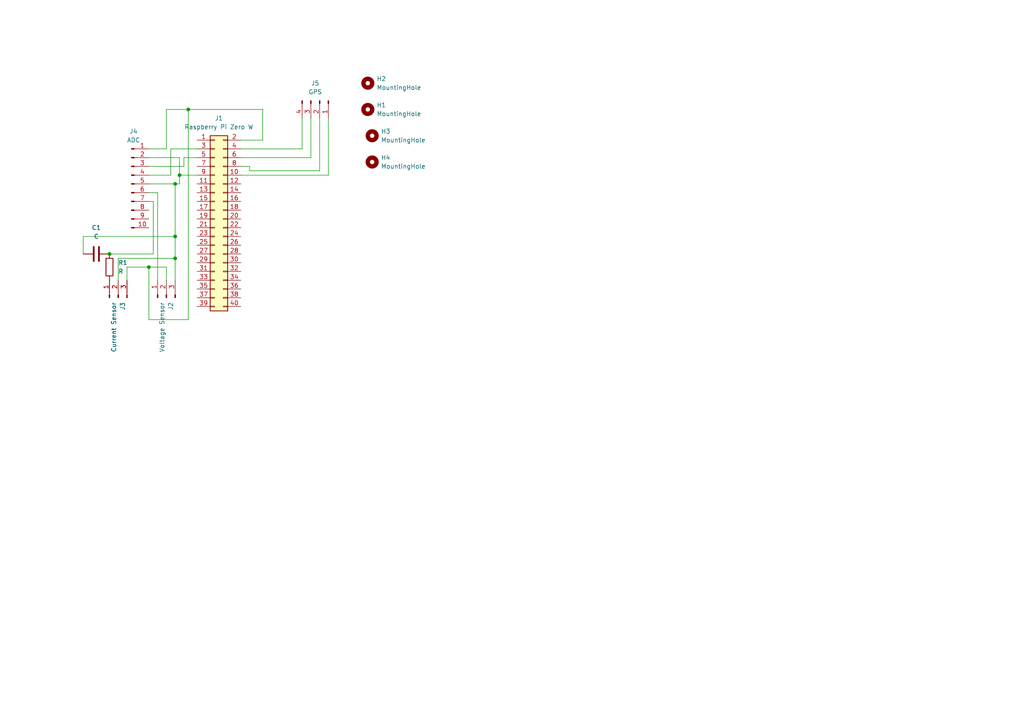
<source format=kicad_sch>
(kicad_sch (version 20230121) (generator eeschema)
  (paper "A4")
  (title_block (title "Telemetry") (rev "1") (company "UMass Aeronautics ") (comment 1 "SP2024"))
  (lib_symbols
    (symbol "Connector:Conn_01x03_Pin" (pin_names (offset 1.016) hide)
      (property "Reference" "J" (at 0 5.08 0))
      (property "Value" "Conn_01x03_Pin" (at 0 -5.08 0))
      (symbol "Conn_01x03_Pin_1_1"
        (polyline (pts (xy 1.27 -2.54) (xy 0.8636 -2.54)) (stroke (width 0.1524)))
        (polyline (pts (xy 1.27 0) (xy 0.8636 0)) (stroke (width 0.1524)))
        (polyline (pts (xy 1.27 2.54) (xy 0.8636 2.54)) (stroke (width 0.1524)))
        (rectangle (start 0.8636 -2.413) (end 0 -2.667) (stroke (width 0.1524)) (fill (type outline)))
        (rectangle (start 0.8636 0.127) (end 0 -0.127) (stroke (width 0.1524)) (fill (type outline)))
        (rectangle (start 0.8636 2.667) (end 0 2.413) (stroke (width 0.1524)) (fill (type outline)))
        (pin passive line (at 5.08 2.54 180) (length 3.81) (name "Pin_1") (number "1"))
        (pin passive line (at 5.08 0 180) (length 3.81) (name "Pin_2") (number "2"))
        (pin passive line (at 5.08 -2.54 180) (length 3.81) (name "Pin_3") (number "3"))
      )
    )
    (symbol "Connector:Conn_01x04_Pin" (pin_names (offset 1.016) hide)
      (property "Reference" "J" (at 0 5.08 0))
      (property "Value" "Conn_01x04_Pin" (at 0 -7.62 0))
      (symbol "Conn_01x04_Pin_1_1"
        (polyline (pts (xy 1.27 -5.08) (xy 0.8636 -5.08)) (stroke (width 0.1524)))
        (polyline (pts (xy 1.27 -2.54) (xy 0.8636 -2.54)) (stroke (width 0.1524)))
        (polyline (pts (xy 1.27 0) (xy 0.8636 0)) (stroke (width 0.1524)))
        (polyline (pts (xy 1.27 2.54) (xy 0.8636 2.54)) (stroke (width 0.1524)))
        (rectangle (start 0.8636 -4.953) (end 0 -5.207) (stroke (width 0.1524)) (fill (type outline)))
        (rectangle (start 0.8636 -2.413) (end 0 -2.667) (stroke (width 0.1524)) (fill (type outline)))
        (rectangle (start 0.8636 0.127) (end 0 -0.127) (stroke (width 0.1524)) (fill (type outline)))
        (rectangle (start 0.8636 2.667) (end 0 2.413) (stroke (width 0.1524)) (fill (type outline)))
        (pin passive line (at 5.08 2.54 180) (length 3.81) (name "Pin_1") (number "1"))
        (pin passive line (at 5.08 0 180) (length 3.81) (name "Pin_2") (number "2"))
        (pin passive line (at 5.08 -2.54 180) (length 3.81) (name "Pin_3") (number "3"))
        (pin passive line (at 5.08 -5.08 180) (length 3.81) (name "Pin_4") (number "4"))
      )
    )
    (symbol "Connector:Conn_01x10_Pin" (pin_names (offset 1.016) hide)
      (property "Reference" "J" (at 0 12.7 0))
      (property "Value" "Conn_01x10_Pin" (at 0 -15.24 0))
      (symbol "Conn_01x10_Pin_1_1"
        (polyline (pts (xy 1.27 -12.7) (xy 0.8636 -12.7)) (stroke (width 0.1524)))
        (polyline (pts (xy 1.27 -10.16) (xy 0.8636 -10.16)) (stroke (width 0.1524)))
        (polyline (pts (xy 1.27 -7.62) (xy 0.8636 -7.62)) (stroke (width 0.1524)))
        (polyline (pts (xy 1.27 -5.08) (xy 0.8636 -5.08)) (stroke (width 0.1524)))
        (polyline (pts (xy 1.27 -2.54) (xy 0.8636 -2.54)) (stroke (width 0.1524)))
        (polyline (pts (xy 1.27 0) (xy 0.8636 0)) (stroke (width 0.1524)))
        (polyline (pts (xy 1.27 2.54) (xy 0.8636 2.54)) (stroke (width 0.1524)))
        (polyline (pts (xy 1.27 5.08) (xy 0.8636 5.08)) (stroke (width 0.1524)))
        (polyline (pts (xy 1.27 7.62) (xy 0.8636 7.62)) (stroke (width 0.1524)))
        (polyline (pts (xy 1.27 10.16) (xy 0.8636 10.16)) (stroke (width 0.1524)))
        (rectangle (start 0.8636 -12.573) (end 0 -12.827) (stroke (width 0.1524)) (fill (type outline)))
        (rectangle (start 0.8636 -10.033) (end 0 -10.287) (stroke (width 0.1524)) (fill (type outline)))
        (rectangle (start 0.8636 -7.493) (end 0 -7.747) (stroke (width 0.1524)) (fill (type outline)))
        (rectangle (start 0.8636 -4.953) (end 0 -5.207) (stroke (width 0.1524)) (fill (type outline)))
        (rectangle (start 0.8636 -2.413) (end 0 -2.667) (stroke (width 0.1524)) (fill (type outline)))
        (rectangle (start 0.8636 0.127) (end 0 -0.127) (stroke (width 0.1524)) (fill (type outline)))
        (rectangle (start 0.8636 2.667) (end 0 2.413) (stroke (width 0.1524)) (fill (type outline)))
        (rectangle (start 0.8636 5.207) (end 0 4.953) (stroke (width 0.1524)) (fill (type outline)))
        (rectangle (start 0.8636 7.747) (end 0 7.493) (stroke (width 0.1524)) (fill (type outline)))
        (rectangle (start 0.8636 10.287) (end 0 10.033) (stroke (width 0.1524)) (fill (type outline)))
        (pin passive line (at 5.08 10.16 180) (length 3.81) (name "Pin_1") (number "1"))
        (pin passive line (at 5.08 -12.7 180) (length 3.81) (name "Pin_10") (number "10"))
        (pin passive line (at 5.08 7.62 180) (length 3.81) (name "Pin_2") (number "2"))
        (pin passive line (at 5.08 5.08 180) (length 3.81) (name "Pin_3") (number "3"))
        (pin passive line (at 5.08 2.54 180) (length 3.81) (name "Pin_4") (number "4"))
        (pin passive line (at 5.08 0 180) (length 3.81) (name "Pin_5") (number "5"))
        (pin passive line (at 5.08 -2.54 180) (length 3.81) (name "Pin_6") (number "6"))
        (pin passive line (at 5.08 -5.08 180) (length 3.81) (name "Pin_7") (number "7"))
        (pin passive line (at 5.08 -7.62 180) (length 3.81) (name "Pin_8") (number "8"))
        (pin passive line (at 5.08 -10.16 180) (length 3.81) (name "Pin_9") (number "9"))
      )
    )
    (symbol "Connector_Generic:Conn_02x20_Odd_Even" (pin_names (offset 1.016) hide)
      (property "Reference" "J" (at 1.27 25.4 0))
      (property "Value" "Conn_02x20_Odd_Even" (at 1.27 -27.94 0))
      (symbol "Conn_02x20_Odd_Even_1_1"
        (rectangle (start -1.27 -25.273) (end 0 -25.527) (stroke (width 0.1524)))
        (rectangle (start -1.27 -22.733) (end 0 -22.987) (stroke (width 0.1524)))
        (rectangle (start -1.27 -20.193) (end 0 -20.447) (stroke (width 0.1524)))
        (rectangle (start -1.27 -17.653) (end 0 -17.907) (stroke (width 0.1524)))
        (rectangle (start -1.27 -15.113) (end 0 -15.367) (stroke (width 0.1524)))
        (rectangle (start -1.27 -12.573) (end 0 -12.827) (stroke (width 0.1524)))
        (rectangle (start -1.27 -10.033) (end 0 -10.287) (stroke (width 0.1524)))
        (rectangle (start -1.27 -7.493) (end 0 -7.747) (stroke (width 0.1524)))
        (rectangle (start -1.27 -4.953) (end 0 -5.207) (stroke (width 0.1524)))
        (rectangle (start -1.27 -2.413) (end 0 -2.667) (stroke (width 0.1524)))
        (rectangle (start -1.27 0.127) (end 0 -0.127) (stroke (width 0.1524)))
        (rectangle (start -1.27 2.667) (end 0 2.413) (stroke (width 0.1524)))
        (rectangle (start -1.27 5.207) (end 0 4.953) (stroke (width 0.1524)))
        (rectangle (start -1.27 7.747) (end 0 7.493) (stroke (width 0.1524)))
        (rectangle (start -1.27 10.287) (end 0 10.033) (stroke (width 0.1524)))
        (rectangle (start -1.27 12.827) (end 0 12.573) (stroke (width 0.1524)))
        (rectangle (start -1.27 15.367) (end 0 15.113) (stroke (width 0.1524)))
        (rectangle (start -1.27 17.907) (end 0 17.653) (stroke (width 0.1524)))
        (rectangle (start -1.27 20.447) (end 0 20.193) (stroke (width 0.1524)))
        (rectangle (start -1.27 22.987) (end 0 22.733) (stroke (width 0.1524)))
        (rectangle (start -1.27 24.13) (end 3.81 -26.67) (stroke (width 0.254)) (fill (type background)))
        (rectangle (start 3.81 -25.273) (end 2.54 -25.527) (stroke (width 0.1524)))
        (rectangle (start 3.81 -22.733) (end 2.54 -22.987) (stroke (width 0.1524)))
        (rectangle (start 3.81 -20.193) (end 2.54 -20.447) (stroke (width 0.1524)))
        (rectangle (start 3.81 -17.653) (end 2.54 -17.907) (stroke (width 0.1524)))
        (rectangle (start 3.81 -15.113) (end 2.54 -15.367) (stroke (width 0.1524)))
        (rectangle (start 3.81 -12.573) (end 2.54 -12.827) (stroke (width 0.1524)))
        (rectangle (start 3.81 -10.033) (end 2.54 -10.287) (stroke (width 0.1524)))
        (rectangle (start 3.81 -7.493) (end 2.54 -7.747) (stroke (width 0.1524)))
        (rectangle (start 3.81 -4.953) (end 2.54 -5.207) (stroke (width 0.1524)))
        (rectangle (start 3.81 -2.413) (end 2.54 -2.667) (stroke (width 0.1524)))
        (rectangle (start 3.81 0.127) (end 2.54 -0.127) (stroke (width 0.1524)))
        (rectangle (start 3.81 2.667) (end 2.54 2.413) (stroke (width 0.1524)))
        (rectangle (start 3.81 5.207) (end 2.54 4.953) (stroke (width 0.1524)))
        (rectangle (start 3.81 7.747) (end 2.54 7.493) (stroke (width 0.1524)))
        (rectangle (start 3.81 10.287) (end 2.54 10.033) (stroke (width 0.1524)))
        (rectangle (start 3.81 12.827) (end 2.54 12.573) (stroke (width 0.1524)))
        (rectangle (start 3.81 15.367) (end 2.54 15.113) (stroke (width 0.1524)))
        (rectangle (start 3.81 17.907) (end 2.54 17.653) (stroke (width 0.1524)))
        (rectangle (start 3.81 20.447) (end 2.54 20.193) (stroke (width 0.1524)))
        (rectangle (start 3.81 22.987) (end 2.54 22.733) (stroke (width 0.1524)))
        (pin passive line (at -5.08 22.86 0) (length 3.81) (name "Pin_1") (number "1"))
        (pin passive line (at 7.62 12.7 180) (length 3.81) (name "Pin_10") (number "10"))
        (pin passive line (at -5.08 10.16 0) (length 3.81) (name "Pin_11") (number "11"))
        (pin passive line (at 7.62 10.16 180) (length 3.81) (name "Pin_12") (number "12"))
        (pin passive line (at -5.08 7.62 0) (length 3.81) (name "Pin_13") (number "13"))
        (pin passive line (at 7.62 7.62 180) (length 3.81) (name "Pin_14") (number "14"))
        (pin passive line (at -5.08 5.08 0) (length 3.81) (name "Pin_15") (number "15"))
        (pin passive line (at 7.62 5.08 180) (length 3.81) (name "Pin_16") (number "16"))
        (pin passive line (at -5.08 2.54 0) (length 3.81) (name "Pin_17") (number "17"))
        (pin passive line (at 7.62 2.54 180) (length 3.81) (name "Pin_18") (number "18"))
        (pin passive line (at -5.08 0 0) (length 3.81) (name "Pin_19") (number "19"))
        (pin passive line (at 7.62 22.86 180) (length 3.81) (name "Pin_2") (number "2"))
        (pin passive line (at 7.62 0 180) (length 3.81) (name "Pin_20") (number "20"))
        (pin passive line (at -5.08 -2.54 0) (length 3.81) (name "Pin_21") (number "21"))
        (pin passive line (at 7.62 -2.54 180) (length 3.81) (name "Pin_22") (number "22"))
        (pin passive line (at -5.08 -5.08 0) (length 3.81) (name "Pin_23") (number "23"))
        (pin passive line (at 7.62 -5.08 180) (length 3.81) (name "Pin_24") (number "24"))
        (pin passive line (at -5.08 -7.62 0) (length 3.81) (name "Pin_25") (number "25"))
        (pin passive line (at 7.62 -7.62 180) (length 3.81) (name "Pin_26") (number "26"))
        (pin passive line (at -5.08 -10.16 0) (length 3.81) (name "Pin_27") (number "27"))
        (pin passive line (at 7.62 -10.16 180) (length 3.81) (name "Pin_28") (number "28"))
        (pin passive line (at -5.08 -12.7 0) (length 3.81) (name "Pin_29") (number "29"))
        (pin passive line (at -5.08 20.32 0) (length 3.81) (name "Pin_3") (number "3"))
        (pin passive line (at 7.62 -12.7 180) (length 3.81) (name "Pin_30") (number "30"))
        (pin passive line (at -5.08 -15.24 0) (length 3.81) (name "Pin_31") (number "31"))
        (pin passive line (at 7.62 -15.24 180) (length 3.81) (name "Pin_32") (number "32"))
        (pin passive line (at -5.08 -17.78 0) (length 3.81) (name "Pin_33") (number "33"))
        (pin passive line (at 7.62 -17.78 180) (length 3.81) (name "Pin_34") (number "34"))
        (pin passive line (at -5.08 -20.32 0) (length 3.81) (name "Pin_35") (number "35"))
        (pin passive line (at 7.62 -20.32 180) (length 3.81) (name "Pin_36") (number "36"))
        (pin passive line (at -5.08 -22.86 0) (length 3.81) (name "Pin_37") (number "37"))
        (pin passive line (at 7.62 -22.86 180) (length 3.81) (name "Pin_38") (number "38"))
        (pin passive line (at -5.08 -25.4 0) (length 3.81) (name "Pin_39") (number "39"))
        (pin passive line (at 7.62 20.32 180) (length 3.81) (name "Pin_4") (number "4"))
        (pin passive line (at 7.62 -25.4 180) (length 3.81) (name "Pin_40") (number "40"))
        (pin passive line (at -5.08 17.78 0) (length 3.81) (name "Pin_5") (number "5"))
        (pin passive line (at 7.62 17.78 180) (length 3.81) (name "Pin_6") (number "6"))
        (pin passive line (at -5.08 15.24 0) (length 3.81) (name "Pin_7") (number "7"))
        (pin passive line (at 7.62 15.24 180) (length 3.81) (name "Pin_8") (number "8"))
        (pin passive line (at -5.08 12.7 0) (length 3.81) (name "Pin_9") (number "9"))
      )
    )
    (symbol "Device:C" (pin_numbers hide) (pin_names (offset 0.254))
      (property "Reference" "C" (at 0.635 2.54 0))
      (property "Value" "C" (at 0.635 -2.54 0))
      (symbol "C_0_1"
        (polyline (pts (xy -2.032 -0.762) (xy 2.032 -0.762)) (stroke (width 0.508)))
        (polyline (pts (xy -2.032 0.762) (xy 2.032 0.762)) (stroke (width 0.508)))
      )
      (symbol "C_1_1"
        (pin passive line (at 0 3.81 270) (length 2.794) (name "~") (number "1"))
        (pin passive line (at 0 -3.81 90) (length 2.794) (name "~") (number "2"))
      )
    )
    (symbol "Device:R" (pin_numbers hide) (pin_names (offset 0))
      (property "Reference" "R" (at 2.032 0 90))
      (property "Value" "R" (at 0 0 90))
      (symbol "R_0_1"
        (rectangle (start -1.016 -2.54) (end 1.016 2.54) (stroke (width 0.254)))
      )
      (symbol "R_1_1"
        (pin passive line (at 0 3.81 270) (length 1.27) (name "~") (number "1"))
        (pin passive line (at 0 -3.81 90) (length 1.27) (name "~") (number "2"))
      )
    )
    (symbol "Mechanical:MountingHole" (pin_names (offset 1.016))
      (property "Reference" "H" (at 0 5.08 0))
      (property "Value" "MountingHole" (at 0 3.175 0))
      (symbol "MountingHole_0_1"
        (circle (center 0 0) (radius 1.27) (stroke (width 1.27)))
      )
    )
  )
  (junction (at 31.75 73.66))
  (junction (at 54.61 31.75))
  (junction (at 50.8 68.58))
  (junction (at 50.8 74.93))
  (junction (at 50.8 53.34))
  (junction (at 43.18 77.47))
  (junction (at 52.07 50.8))
  (wire (pts (xy 45.72 81.28) (xy 45.72 55.88)))
  (wire (pts (xy 87.63 43.18) (xy 87.63 34.29)))
  (wire (pts (xy 72.39 49.53) (xy 72.39 48.26)))
  (wire (pts (xy 43.18 77.47) (xy 43.18 92.71)))
  (wire (pts (xy 50.8 74.93) (xy 50.8 81.28)))
  (wire (pts (xy 44.45 58.42) (xy 43.18 58.42)))
  (wire (pts (xy 50.8 53.34) (xy 52.07 53.34)))
  (wire (pts (xy 50.8 68.58) (xy 50.8 53.34)))
  (wire (pts (xy 24.13 73.66) (xy 24.13 68.58)))
  (wire (pts (xy 49.53 50.8) (xy 43.18 50.8)))
  (wire (pts (xy 57.15 45.72) (xy 53.34 45.72)))
  (wire (pts (xy 43.18 45.72) (xy 52.07 45.72)))
  (wire (pts (xy 53.34 45.72) (xy 53.34 48.26)))
  (wire (pts (xy 69.85 45.72) (xy 90.17 45.72)))
  (wire (pts (xy 43.18 77.47) (xy 48.26 77.47)))
  (wire (pts (xy 54.61 92.71) (xy 54.61 31.75)))
  (wire (pts (xy 48.26 31.75) (xy 54.61 31.75)))
  (wire (pts (xy 53.34 48.26) (xy 43.18 48.26)))
  (wire (pts (xy 95.25 50.8) (xy 95.25 34.29)))
  (wire (pts (xy 31.75 73.66) (xy 44.45 73.66)))
  (wire (pts (xy 36.83 77.47) (xy 43.18 77.47)))
  (wire (pts (xy 50.8 68.58) (xy 50.8 74.93)))
  (wire (pts (xy 92.71 34.29) (xy 92.71 49.53)))
  (wire (pts (xy 52.07 45.72) (xy 52.07 50.8)))
  (wire (pts (xy 76.2 40.64) (xy 69.85 40.64)))
  (wire (pts (xy 69.85 50.8) (xy 95.25 50.8)))
  (wire (pts (xy 50.8 74.93) (xy 34.29 74.93)))
  (wire (pts (xy 52.07 50.8) (xy 57.15 50.8)))
  (wire (pts (xy 49.53 43.18) (xy 49.53 50.8)))
  (wire (pts (xy 57.15 43.18) (xy 49.53 43.18)))
  (wire (pts (xy 72.39 48.26) (xy 69.85 48.26)))
  (wire (pts (xy 76.2 31.75) (xy 76.2 40.64)))
  (wire (pts (xy 92.71 49.53) (xy 72.39 49.53)))
  (wire (pts (xy 43.18 43.18) (xy 48.26 43.18)))
  (wire (pts (xy 34.29 74.93) (xy 34.29 81.28)))
  (wire (pts (xy 43.18 92.71) (xy 54.61 92.71)))
  (wire (pts (xy 36.83 81.28) (xy 36.83 77.47)))
  (wire (pts (xy 48.26 77.47) (xy 48.26 81.28)))
  (wire (pts (xy 52.07 50.8) (xy 52.07 53.34)))
  (wire (pts (xy 43.18 53.34) (xy 50.8 53.34)))
  (wire (pts (xy 24.13 68.58) (xy 50.8 68.58)))
  (wire (pts (xy 44.45 73.66) (xy 44.45 58.42)))
  (wire (pts (xy 48.26 43.18) (xy 48.26 31.75)))
  (wire (pts (xy 69.85 43.18) (xy 87.63 43.18)))
  (wire (pts (xy 90.17 45.72) (xy 90.17 34.29)))
  (wire (pts (xy 45.72 55.88) (xy 43.18 55.88)))
  (wire (pts (xy 54.61 31.75) (xy 76.2 31.75)))
  (symbol (lib_id "Mechanical:MountingHole") (at 107.95 39.37 0) (unit 1)
    (property "Reference" "H3" (at 110.49 38.1 0) (effects (justify left)))
    (property "Value" "MountingHole" (at 110.49 40.64 0) (effects (justify left)))
    (property "Footprint" "MountingHole:MountingHole_3.5mm" (effects hide))
  )
  (symbol (lib_id "Device:C") (at 27.94 73.66 90) (unit 1)
    (property "Reference" "C1" (at 27.94 66.04 90))
    (property "Value" "C" (at 27.94 68.58 90))
    (property "Footprint" "Capacitor_THT:C_Disc_D5.1mm_W3.2mm_P5.00mm" (effects hide))
  )
  (symbol (lib_id "Connector:Conn_01x10_Pin") (at 38.1 53.34 0) (unit 1)
    (property "Reference" "J4" (at 38.735 38.1 0))
    (property "Value" "ADC" (at 38.735 40.64 0))
    (property "Footprint" "Connector_PinHeader_2.54mm:PinHeader_1x10_P2.54mm_Vertical" (effects hide))
  )
  (symbol (lib_id "Connector:Conn_01x04_Pin") (at 92.71 29.21 270) (unit 1)
    (property "Reference" "J5" (at 91.44 24.13 90))
    (property "Value" "GPS" (at 91.44 26.67 90))
    (property "Footprint" "Connector_PinHeader_2.54mm:PinHeader_1x04_P2.54mm_Vertical" (effects hide))
  )
  (symbol (lib_id "Mechanical:MountingHole") (at 106.68 31.75 0) (unit 1)
    (property "Reference" "H1" (at 109.22 30.48 0) (effects (justify left)))
    (property "Value" "MountingHole" (at 109.22 33.02 0) (effects (justify left)))
    (property "Footprint" "MountingHole:MountingHole_3.5mm" (effects hide))
  )
  (symbol (lib_id "Device:R") (at 31.75 77.47 0) (unit 1)
    (property "Reference" "R1" (at 34.29 76.2 0) (effects (justify left)))
    (property "Value" "R" (at 34.29 78.74 0) (effects (justify left)))
    (property "Footprint" "Resistor_THT:R_Axial_DIN0207_L6.3mm_D2.5mm_P2.54mm_Vertical" (effects hide))
  )
  (symbol (lib_id "Mechanical:MountingHole") (at 107.95 46.99 0) (unit 1)
    (property "Reference" "H4" (at 110.49 45.72 0) (effects (justify left)))
    (property "Value" "MountingHole" (at 110.49 48.26 0) (effects (justify left)))
    (property "Footprint" "MountingHole:MountingHole_3.5mm" (effects hide))
  )
  (symbol (lib_id "Connector:Conn_01x03_Pin") (at 48.26 86.36 90) (unit 1)
    (property "Reference" "J2" (at 49.53 87.63 0) (effects (justify right)))
    (property "Value" "Voltage Sensor" (at 46.99 87.63 0) (effects (justify right)))
    (property "Footprint" "Connector_PinHeader_2.54mm:PinHeader_1x03_P2.54mm_Vertical" (effects hide))
  )
  (symbol (lib_id "Mechanical:MountingHole") (at 106.68 24.13 0) (unit 1)
    (property "Reference" "H2" (at 109.22 22.86 0) (effects (justify left)))
    (property "Value" "MountingHole" (at 109.22 25.4 0) (effects (justify left)))
    (property "Footprint" "MountingHole:MountingHole_3.5mm" (effects hide))
  )
  (symbol (lib_id "Connector_Generic:Conn_02x20_Odd_Even") (at 62.23 63.5 0) (unit 1)
    (property "Reference" "J1" (at 63.5 34.29 0))
    (property "Value" "Raspberry Pi Zero W" (at 63.5 36.83 0))
    (property "Footprint" "Connector_PinHeader_2.54mm:PinHeader_2x20_P2.54mm_Vertical" (effects hide))
  )
  (symbol (lib_id "Connector:Conn_01x03_Pin") (at 34.29 86.36 90) (unit 1)
    (property "Reference" "J3" (at 35.56 87.63 0) (effects (justify right)))
    (property "Value" "Current Sensor" (at 33.02 87.63 0) (effects (justify right)))
    (property "Footprint" "Connector_PinHeader_2.54mm:PinHeader_1x03_P2.54mm_Vertical" (effects hide))
  )
)
</source>
